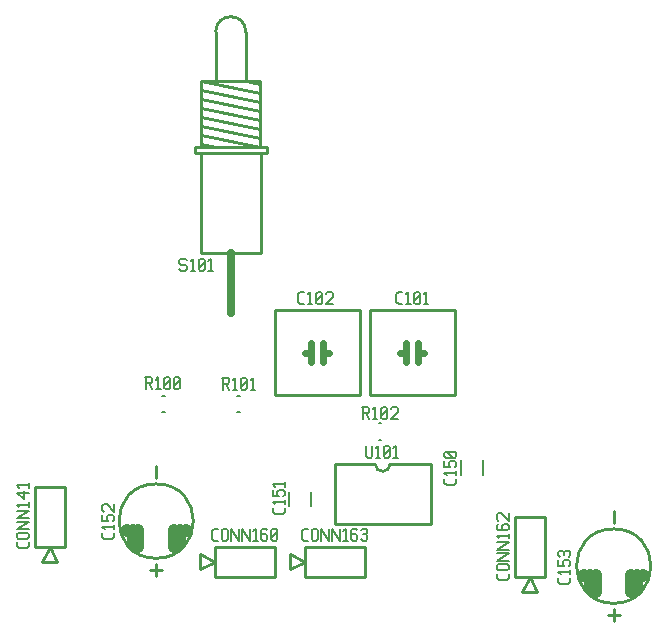
<source format=gto>
G04 start of page 2 for group 1 layer_idx 8 *
G04 Title: (unknown), top_silk *
G04 Creator: pcb-rnd 2.3.0 *
G04 CreationDate: 2021-04-05 19:42:04 UTC *
G04 For:  *
G04 Format: Gerber/RS-274X *
G04 PCB-Dimensions: 500000 500000 *
G04 PCB-Coordinate-Origin: lower left *
%MOIN*%
%FSLAX25Y25*%
%LNTOP_SILK_NONE_1*%
%ADD66C,0.0070*%
%ADD65C,0.0217*%
%ADD64C,0.0250*%
%ADD63C,0.0080*%
%ADD62C,0.0394*%
%ADD61C,0.0100*%
G54D61*X169600Y248850D02*X179600D01*
X169600D02*Y268850D01*
X179600D02*X169600D01*
X179600D02*Y248850D01*
X210000Y271823D02*Y275823D01*
G54D62*X215906Y254321D02*Y248820D01*
X204094Y254321D02*Y248820D01*
X202126Y254321D02*Y250577D01*
X200157Y254321D02*Y253961D01*
X217874Y254321D02*Y250577D01*
X219843Y254321D02*Y253961D01*
G54D63*X212107Y299255D02*X212893D01*
X212107Y293745D02*X212893D01*
G54D61*X174600Y248850D02*X172100Y243850D01*
X174600Y248850D02*X177100Y243850D01*
X172100D02*X177100D01*
X210000Y239020D02*Y243020D01*
X208000Y241020D02*X212000D01*
X244850Y380150D02*Y346850D01*
X222850Y382150D02*X246850D01*
X224850Y380150D02*Y346850D01*
X246850Y382150D02*Y380150D01*
X222850Y382150D02*Y380150D01*
X246850D01*
X229600Y243850D02*X224600Y246350D01*
X224850Y346850D02*X244850D01*
G54D63*X237107Y299255D02*X237893D01*
X237107Y293745D02*X237893D01*
G54D64*X234850Y346850D02*Y326850D01*
G54D61*X229600Y248850D02*Y238850D01*
Y243850D02*X224600Y241350D01*
Y246350D02*Y241350D01*
X225050Y404150D02*X244650D01*
X225050Y401150D02*X244650Y397250D01*
X225050Y404150D02*X244650Y400250D01*
Y403250D02*X239850Y404150D01*
X225050Y398150D02*X244650Y394250D01*
X225050Y395150D02*X244650Y391250D01*
X225050Y392150D02*X244650Y388250D01*
X225050Y389150D02*X244650Y385250D01*
X225050Y386150D02*X244650Y382250D01*
Y404150D02*Y382150D01*
X239850Y404150D02*Y420451D01*
X239849Y420452D01*
X225050Y404150D02*Y382150D01*
X229850Y420550D02*Y404150D01*
X225050Y383150D02*X229850Y382150D01*
X229600Y248850D02*X249600D01*
X259600D02*X279600D01*
X249600Y238850D02*X229600D01*
X279600D02*X259600D01*
X329600D02*X339600D01*
X249600D02*Y248850D01*
G54D63*X254260Y262543D02*Y267267D01*
X261740Y262543D02*Y267267D01*
X284307Y290055D02*X285093D01*
X284307Y284545D02*X285093D01*
G54D61*X269500Y276500D02*Y256500D01*
Y276500D02*X283000D01*
X281169Y327673D02*X309516D01*
X249484D02*X277831D01*
X309516D02*Y299327D01*
X281169D01*
X277831D02*X249484D01*
Y327673D01*
G54D65*X259720Y313500D02*X261689D01*
X265626D02*X267594D01*
X265626Y316650D02*Y310350D01*
X261689Y316650D02*Y310350D01*
X291406Y313500D02*X293374D01*
Y316650D02*Y310350D01*
G54D61*X277831Y327673D02*Y299327D01*
X281169D02*Y327673D01*
G54D65*X297311Y313500D02*X299280D01*
X297311Y316650D02*Y310350D01*
G54D61*X259600Y243850D02*X254600Y246350D01*
Y241350D01*
X259600Y248850D02*Y238850D01*
X279600D02*Y248850D01*
X259600Y243850D02*X254600Y241350D01*
X329600Y238850D02*Y258850D01*
X301500Y256500D02*X269500D01*
X339600Y258850D02*Y238850D01*
Y258850D02*X329600D01*
X301500Y256500D02*Y276500D01*
X288000D02*X301500D01*
G54D63*X311460Y272938D02*Y277662D01*
X318940Y272938D02*Y277662D01*
G54D61*X362500Y256823D02*Y260823D01*
X334600Y238850D02*X332100Y233850D01*
X337100D01*
X334600Y238850D02*X337100Y233850D01*
G54D62*X368406Y239321D02*Y233820D01*
X356594Y239321D02*Y233820D01*
X354626Y239321D02*Y235577D01*
X352657Y239321D02*Y238961D01*
G54D61*X362500Y224020D02*Y228020D01*
X360500Y226020D02*X364500D01*
G54D62*X370374Y239321D02*Y235577D01*
X372343Y239321D02*Y238961D01*
G54D61*X239849Y420452D02*G75*G03X229851Y420648I-4999J98D01*G01*
X229851Y420648D02*G75*G03X229850Y420550I4999J-98D01*G01*
X283000Y276500D02*G75*G03X288000Y276500I2500J0D01*G01*
X362500Y230020D02*G75*G03X362500Y254823I0J12402D01*G01*
G75*G03X362500Y230020I0J-12402D01*G01*
X210000Y245020D02*G75*G03X210000Y269823I0J12402D01*G01*
G75*G03X210000Y245020I0J-12402D01*G01*
G54D66*X219750Y344950D02*X220250Y344450D01*
X218250Y344950D02*X219750D01*
X217750Y344450D02*X218250Y344950D01*
X217750Y344450D02*Y343450D01*
X218250Y342950D01*
X219750D01*
X220250Y342450D01*
Y341450D01*
X219750Y340950D02*X220250Y341450D01*
X218250Y340950D02*X219750D01*
X217750Y341450D02*X218250Y340950D01*
X221450Y344150D02*X222250Y344950D01*
Y340950D01*
X221450D02*X222950D01*
X224150Y341450D02*X224650Y340950D01*
X224150Y344450D02*Y341450D01*
Y344450D02*X224650Y344950D01*
X225650D01*
X226150Y344450D01*
Y341450D01*
X225650Y340950D02*X226150Y341450D01*
X224650Y340950D02*X225650D01*
X224150Y341950D02*X226150Y343950D01*
X227350Y344150D02*X228150Y344950D01*
Y340950D01*
X227350D02*X228850D01*
X196000Y252153D02*Y253453D01*
X195300Y251453D02*X196000Y252153D01*
X192700Y251453D02*X195300D01*
X192700D02*X192000Y252153D01*
Y253453D01*
X192800Y254653D02*X192000Y255453D01*
X196000D01*
Y254653D02*Y256153D01*
X192000Y257353D02*Y259353D01*
Y257353D02*X194000D01*
X193500Y257853D01*
Y258853D01*
X194000Y259353D01*
X195500D01*
X196000Y258853D02*X195500Y259353D01*
X196000Y257853D02*Y258853D01*
X195500Y257353D02*X196000Y257853D01*
X192500Y260553D02*X192000Y261053D01*
Y262553D01*
X192500Y263053D01*
X193500D01*
X196000Y260553D02*X193500Y263053D01*
X196000Y260553D02*Y263053D01*
X206250Y305300D02*X208250D01*
X208750Y304800D01*
Y303800D01*
X208250Y303300D02*X208750Y303800D01*
X206750Y303300D02*X208250D01*
X206750Y305300D02*Y301300D01*
X207550Y303300D02*X208750Y301300D01*
X209950Y304500D02*X210750Y305300D01*
Y301300D01*
X209950D02*X211450D01*
X212650Y301800D02*X213150Y301300D01*
X212650Y304800D02*Y301800D01*
Y304800D02*X213150Y305300D01*
X214150D01*
X214650Y304800D01*
Y301800D01*
X214150Y301300D02*X214650Y301800D01*
X213150Y301300D02*X214150D01*
X212650Y302300D02*X214650Y304300D01*
X215850Y301800D02*X216350Y301300D01*
X215850Y304800D02*Y301800D01*
Y304800D02*X216350Y305300D01*
X217350D01*
X217850Y304800D01*
Y301800D01*
X217350Y301300D02*X217850Y301800D01*
X216350Y301300D02*X217350D01*
X215850Y302300D02*X217850Y304300D01*
X231850Y305150D02*X233850D01*
X234350Y304650D01*
Y303650D01*
X233850Y303150D02*X234350Y303650D01*
X232350Y303150D02*X233850D01*
X232350Y305150D02*Y301150D01*
X233150Y303150D02*X234350Y301150D01*
X235550Y304350D02*X236350Y305150D01*
Y301150D01*
X235550D02*X237050D01*
X238250Y301650D02*X238750Y301150D01*
X238250Y304650D02*Y301650D01*
Y304650D02*X238750Y305150D01*
X239750D01*
X240250Y304650D01*
Y301650D01*
X239750Y301150D02*X240250Y301650D01*
X238750Y301150D02*X239750D01*
X238250Y302150D02*X240250Y304150D01*
X241450Y304350D02*X242250Y305150D01*
Y301150D01*
X241450D02*X242950D01*
X167600Y249050D02*Y250350D01*
X166900Y248350D02*X167600Y249050D01*
X164300Y248350D02*X166900D01*
X164300D02*X163600Y249050D01*
Y250350D01*
X164100Y251550D02*X167100D01*
X164100D02*X163600Y252050D01*
Y253050D01*
X164100Y253550D01*
X167100D01*
X167600Y253050D02*X167100Y253550D01*
X167600Y252050D02*Y253050D01*
X167100Y251550D02*X167600Y252050D01*
X163600Y254750D02*X167600D01*
X163600D02*X167600Y257250D01*
X163600D02*X167600D01*
X163600Y258450D02*X167600D01*
X163600D02*X167600Y260950D01*
X163600D02*X167600D01*
X164400Y262150D02*X163600Y262950D01*
X167600D01*
Y262150D02*Y263650D01*
X166100Y264850D02*X163600Y266850D01*
X166100Y264850D02*Y267350D01*
X163600Y266850D02*X167600D01*
X164400Y268550D02*X163600Y269350D01*
X167600D01*
Y268550D02*Y270050D01*
X229300Y250850D02*X230600D01*
X228600Y251550D02*X229300Y250850D01*
X228600Y254150D02*Y251550D01*
Y254150D02*X229300Y254850D01*
X230600D01*
X231800Y254350D02*Y251350D01*
Y254350D02*X232300Y254850D01*
X233300D01*
X233800Y254350D01*
Y251350D01*
X233300Y250850D02*X233800Y251350D01*
X232300Y250850D02*X233300D01*
X231800Y251350D02*X232300Y250850D01*
X235000Y254850D02*Y250850D01*
Y254850D02*X237500Y250850D01*
Y254850D02*Y250850D01*
X238700Y254850D02*Y250850D01*
Y254850D02*X241200Y250850D01*
Y254850D02*Y250850D01*
X242400Y254050D02*X243200Y254850D01*
Y250850D01*
X242400D02*X243900D01*
X246600Y254850D02*X247100Y254350D01*
X245600Y254850D02*X246600D01*
X245100Y254350D02*X245600Y254850D01*
X245100Y254350D02*Y251350D01*
X245600Y250850D01*
X246600Y253050D02*X247100Y252550D01*
X245100Y253050D02*X246600D01*
X245600Y250850D02*X246600D01*
X247100Y251350D01*
Y252550D02*Y251350D01*
X248300D02*X248800Y250850D01*
X248300Y254350D02*Y251350D01*
Y254350D02*X248800Y254850D01*
X249800D01*
X250300Y254350D01*
Y251350D01*
X249800Y250850D02*X250300Y251350D01*
X248800Y250850D02*X249800D01*
X248300Y251850D02*X250300Y253850D01*
X252850Y260455D02*Y261755D01*
X252150Y259755D02*X252850Y260455D01*
X249550Y259755D02*X252150D01*
X249550D02*X248850Y260455D01*
Y261755D01*
X249650Y262955D02*X248850Y263755D01*
X252850D01*
Y262955D02*Y264455D01*
X248850Y265655D02*Y267655D01*
Y265655D02*X250850D01*
X250350Y266155D01*
Y267155D01*
X250850Y267655D01*
X252350D01*
X252850Y267155D02*X252350Y267655D01*
X252850Y266155D02*Y267155D01*
X252350Y265655D02*X252850Y266155D01*
X249650Y268855D02*X248850Y269655D01*
X252850D01*
Y268855D02*Y270355D01*
X278550Y295450D02*X280550D01*
X281050Y294950D01*
Y293950D01*
X280550Y293450D02*X281050Y293950D01*
X279050Y293450D02*X280550D01*
X279050Y295450D02*Y291450D01*
X279850Y293450D02*X281050Y291450D01*
X282250Y294650D02*X283050Y295450D01*
Y291450D01*
X282250D02*X283750D01*
X284950Y291950D02*X285450Y291450D01*
X284950Y294950D02*Y291950D01*
Y294950D02*X285450Y295450D01*
X286450D01*
X286950Y294950D01*
Y291950D01*
X286450Y291450D02*X286950Y291950D01*
X285450Y291450D02*X286450D01*
X284950Y292450D02*X286950Y294450D01*
X288150Y294950D02*X288650Y295450D01*
X290150D01*
X290650Y294950D01*
Y293950D01*
X288150Y291450D02*X290650Y293950D01*
X288150Y291450D02*X290650D01*
X280000Y282500D02*Y279000D01*
X280500Y278500D01*
X281500D01*
X282000Y279000D01*
Y282500D02*Y279000D01*
X283200Y281700D02*X284000Y282500D01*
Y278500D01*
X283200D02*X284700D01*
X285900Y279000D02*X286400Y278500D01*
X285900Y282000D02*Y279000D01*
Y282000D02*X286400Y282500D01*
X287400D01*
X287900Y282000D01*
Y279000D01*
X287400Y278500D02*X287900Y279000D01*
X286400Y278500D02*X287400D01*
X285900Y279500D02*X287900Y281500D01*
X289100Y281700D02*X289900Y282500D01*
Y278500D01*
X289100D02*X290600D01*
X290787Y329760D02*X292087D01*
X290087Y330460D02*X290787Y329760D01*
X290087Y333060D02*Y330460D01*
Y333060D02*X290787Y333760D01*
X292087D01*
X293287Y332960D02*X294087Y333760D01*
Y329760D01*
X293287D02*X294787D01*
X295987Y330260D02*X296487Y329760D01*
X295987Y333260D02*Y330260D01*
Y333260D02*X296487Y333760D01*
X297487D01*
X297987Y333260D01*
Y330260D01*
X297487Y329760D02*X297987Y330260D01*
X296487Y329760D02*X297487D01*
X295987Y330760D02*X297987Y332760D01*
X299187Y332960D02*X299987Y333760D01*
Y329760D01*
X299187D02*X300687D01*
X258102D02*X259402D01*
X257402Y330460D02*X258102Y329760D01*
X257402Y333060D02*Y330460D01*
Y333060D02*X258102Y333760D01*
X259402D01*
X260602Y332960D02*X261402Y333760D01*
Y329760D01*
X260602D02*X262102D01*
X263302Y330260D02*X263802Y329760D01*
X263302Y333260D02*Y330260D01*
Y333260D02*X263802Y333760D01*
X264802D01*
X265302Y333260D01*
Y330260D01*
X264802Y329760D02*X265302Y330260D01*
X263802Y329760D02*X264802D01*
X263302Y330760D02*X265302Y332760D01*
X266502Y333260D02*X267002Y333760D01*
X268502D01*
X269002Y333260D01*
Y332260D01*
X266502Y329760D02*X269002Y332260D01*
X266502Y329760D02*X269002D01*
X259300Y250850D02*X260600D01*
X258600Y251550D02*X259300Y250850D01*
X258600Y254150D02*Y251550D01*
Y254150D02*X259300Y254850D01*
X260600D01*
X261800Y254350D02*Y251350D01*
Y254350D02*X262300Y254850D01*
X263300D01*
X263800Y254350D01*
Y251350D01*
X263300Y250850D02*X263800Y251350D01*
X262300Y250850D02*X263300D01*
X261800Y251350D02*X262300Y250850D01*
X265000Y254850D02*Y250850D01*
Y254850D02*X267500Y250850D01*
Y254850D02*Y250850D01*
X268700Y254850D02*Y250850D01*
Y254850D02*X271200Y250850D01*
Y254850D02*Y250850D01*
X272400Y254050D02*X273200Y254850D01*
Y250850D01*
X272400D02*X273900D01*
X276600Y254850D02*X277100Y254350D01*
X275600Y254850D02*X276600D01*
X275100Y254350D02*X275600Y254850D01*
X275100Y254350D02*Y251350D01*
X275600Y250850D01*
X276600Y253050D02*X277100Y252550D01*
X275100Y253050D02*X276600D01*
X275600Y250850D02*X276600D01*
X277100Y251350D01*
Y252550D02*Y251350D01*
X278300Y254350D02*X278800Y254850D01*
X279800D01*
X280300Y254350D01*
X279800Y250850D02*X280300Y251350D01*
X278800Y250850D02*X279800D01*
X278300Y251350D02*X278800Y250850D01*
Y253050D02*X279800D01*
X280300Y254350D02*Y253550D01*
Y252550D02*Y251350D01*
Y252550D02*X279800Y253050D01*
X280300Y253550D02*X279800Y253050D01*
X327600Y238550D02*Y239850D01*
X326900Y237850D02*X327600Y238550D01*
X324300Y237850D02*X326900D01*
X324300D02*X323600Y238550D01*
Y239850D01*
X324100Y241050D02*X327100D01*
X324100D02*X323600Y241550D01*
Y242550D01*
X324100Y243050D01*
X327100D01*
X327600Y242550D02*X327100Y243050D01*
X327600Y241550D02*Y242550D01*
X327100Y241050D02*X327600Y241550D01*
X323600Y244250D02*X327600D01*
X323600D02*X327600Y246750D01*
X323600D02*X327600D01*
X323600Y247950D02*X327600D01*
X323600D02*X327600Y250450D01*
X323600D02*X327600D01*
X324400Y251650D02*X323600Y252450D01*
X327600D01*
Y251650D02*Y253150D01*
X323600Y255850D02*X324100Y256350D01*
X323600Y254850D02*Y255850D01*
X324100Y254350D02*X323600Y254850D01*
X324100Y254350D02*X327100D01*
X327600Y254850D01*
X325400Y255850D02*X325900Y256350D01*
X325400Y254350D02*Y255850D01*
X327600Y254850D02*Y255850D01*
X327100Y256350D01*
X325900D02*X327100D01*
X324100Y257550D02*X323600Y258050D01*
Y259550D01*
X324100Y260050D01*
X325100D01*
X327600Y257550D02*X325100Y260050D01*
X327600Y257550D02*Y260050D01*
X310084Y270192D02*Y271492D01*
X309384Y269492D02*X310084Y270192D01*
X306784Y269492D02*X309384D01*
X306784D02*X306084Y270192D01*
Y271492D01*
X306884Y272692D02*X306084Y273492D01*
X310084D01*
Y272692D02*Y274192D01*
X306084Y275392D02*Y277392D01*
Y275392D02*X308084D01*
X307584Y275892D01*
Y276892D01*
X308084Y277392D01*
X309584D01*
X310084Y276892D02*X309584Y277392D01*
X310084Y275892D02*Y276892D01*
X309584Y275392D02*X310084Y275892D01*
X309584Y278592D02*X310084Y279092D01*
X306584Y278592D02*X309584D01*
X306584D02*X306084Y279092D01*
Y280092D01*
X306584Y280592D01*
X309584D01*
X310084Y280092D02*X309584Y280592D01*
X310084Y279092D02*Y280092D01*
X309084Y278592D02*X307084Y280592D01*
X348000Y237153D02*Y238453D01*
X347300Y236453D02*X348000Y237153D01*
X344700Y236453D02*X347300D01*
X344700D02*X344000Y237153D01*
Y238453D01*
X344800Y239653D02*X344000Y240453D01*
X348000D01*
Y239653D02*Y241153D01*
X344000Y242353D02*Y244353D01*
Y242353D02*X346000D01*
X345500Y242853D01*
Y243853D01*
X346000Y244353D01*
X347500D01*
X348000Y243853D02*X347500Y244353D01*
X348000Y242853D02*Y243853D01*
X347500Y242353D02*X348000Y242853D01*
X344500Y245553D02*X344000Y246053D01*
Y247053D01*
X344500Y247553D01*
X348000Y247053D02*X347500Y247553D01*
X348000Y246053D02*Y247053D01*
X347500Y245553D02*X348000Y246053D01*
X345800D02*Y247053D01*
X344500Y247553D02*X345300D01*
X346300D02*X347500D01*
X346300D02*X345800Y247053D01*
X345300Y247553D02*X345800Y247053D01*
M02*

</source>
